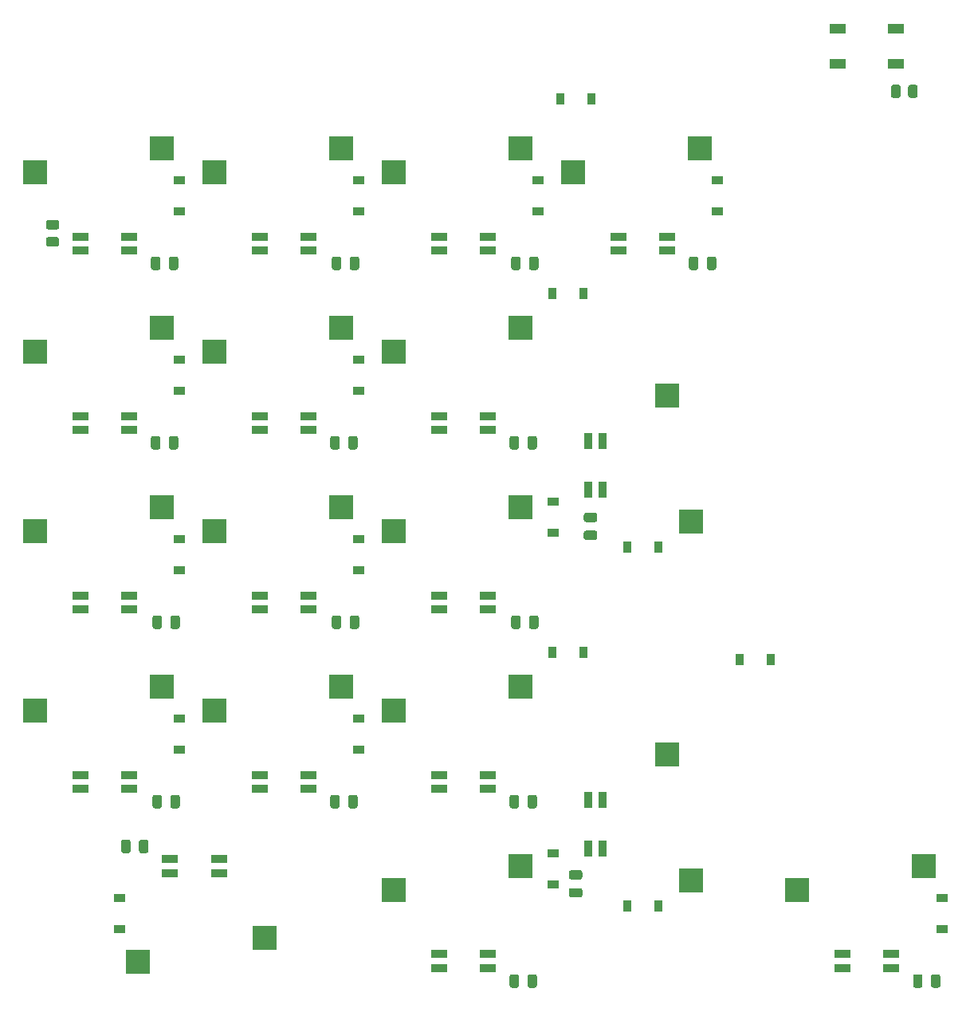
<source format=gbr>
%TF.GenerationSoftware,KiCad,Pcbnew,(5.1.10)-1*%
%TF.CreationDate,2021-11-21T17:13:44-05:00*%
%TF.ProjectId,numpad,6e756d70-6164-42e6-9b69-6361645f7063,rev?*%
%TF.SameCoordinates,Original*%
%TF.FileFunction,Paste,Bot*%
%TF.FilePolarity,Positive*%
%FSLAX46Y46*%
G04 Gerber Fmt 4.6, Leading zero omitted, Abs format (unit mm)*
G04 Created by KiCad (PCBNEW (5.1.10)-1) date 2021-11-21 17:13:44*
%MOMM*%
%LPD*%
G01*
G04 APERTURE LIST*
%ADD10R,0.900000X1.800000*%
%ADD11R,2.500000X2.550000*%
%ADD12R,1.800000X0.900000*%
%ADD13R,2.550000X2.500000*%
%ADD14R,0.900000X1.200000*%
%ADD15R,1.200000X0.900000*%
%ADD16R,1.800000X1.100000*%
G04 APERTURE END LIST*
D10*
%TO.C,MX17*%
X140240800Y-158165200D03*
X141740800Y-158165200D03*
X140240800Y-152965200D03*
X141740800Y-152965200D03*
D11*
X151120800Y-161580200D03*
X148580800Y-148155200D03*
%TD*%
D10*
%TO.C,MX11*%
X140240800Y-120067600D03*
X141740800Y-120067600D03*
X140240800Y-114867600D03*
X141740800Y-114867600D03*
D11*
X151120800Y-123482600D03*
X148580800Y-110057600D03*
%TD*%
D12*
%TO.C,MX15*%
X95818800Y-159289600D03*
X95818800Y-160789600D03*
X101018800Y-159289600D03*
X101018800Y-160789600D03*
D13*
X92403800Y-170169600D03*
X105828800Y-167629600D03*
%TD*%
D14*
%TO.C,D6*%
X136453800Y-99212500D03*
X139753800Y-99212500D03*
%TD*%
D12*
%TO.C,MX18*%
X172451800Y-170889600D03*
X172451800Y-169389600D03*
X167251800Y-170889600D03*
X167251800Y-169389600D03*
D13*
X175866800Y-160009600D03*
X162441800Y-162549600D03*
%TD*%
D12*
%TO.C,MX16*%
X129592000Y-170889600D03*
X129592000Y-169389600D03*
X124392000Y-170889600D03*
X124392000Y-169389600D03*
D13*
X133007000Y-160009600D03*
X119582000Y-162549600D03*
%TD*%
D12*
%TO.C,MX10*%
X129592000Y-132792000D03*
X129592000Y-131292000D03*
X124392000Y-132792000D03*
X124392000Y-131292000D03*
D13*
X133007000Y-121912000D03*
X119582000Y-124452000D03*
%TD*%
D12*
%TO.C,MX9*%
X110543200Y-132792000D03*
X110543200Y-131292000D03*
X105343200Y-132792000D03*
X105343200Y-131292000D03*
D13*
X113958200Y-121912000D03*
X100533200Y-124452000D03*
%TD*%
D12*
%TO.C,MX8*%
X91494400Y-132792000D03*
X91494400Y-131292000D03*
X86294400Y-132792000D03*
X86294400Y-131292000D03*
D13*
X94909400Y-121912000D03*
X81484400Y-124452000D03*
%TD*%
D12*
%TO.C,MX7*%
X148640800Y-94694400D03*
X148640800Y-93194400D03*
X143440800Y-94694400D03*
X143440800Y-93194400D03*
D13*
X152055800Y-83814400D03*
X138630800Y-86354400D03*
%TD*%
D12*
%TO.C,MX3*%
X129592000Y-94694400D03*
X129592000Y-93194400D03*
X124392000Y-94694400D03*
X124392000Y-93194400D03*
D13*
X133007000Y-83814400D03*
X119582000Y-86354400D03*
%TD*%
D12*
%TO.C,MX2*%
X110543200Y-94694400D03*
X110543200Y-93194400D03*
X105343200Y-94694400D03*
X105343200Y-93194400D03*
D13*
X113958200Y-83814400D03*
X100533200Y-86354400D03*
%TD*%
D12*
%TO.C,MX1*%
X91494400Y-94694400D03*
X91494400Y-93194400D03*
X86294400Y-94694400D03*
X86294400Y-93194400D03*
D13*
X94909400Y-83814400D03*
X81484400Y-86354400D03*
%TD*%
D14*
%TO.C,RD2*%
X159596300Y-138103800D03*
X156296300Y-138103800D03*
%TD*%
%TO.C,RD1*%
X137247500Y-78576300D03*
X140547500Y-78576300D03*
%TD*%
%TO.C,LC11*%
G36*
G01*
X140009900Y-124423500D02*
X140959900Y-124423500D01*
G75*
G02*
X141209900Y-124673500I0J-250000D01*
G01*
X141209900Y-125173500D01*
G75*
G02*
X140959900Y-125423500I-250000J0D01*
G01*
X140009900Y-125423500D01*
G75*
G02*
X139759900Y-125173500I0J250000D01*
G01*
X139759900Y-124673500D01*
G75*
G02*
X140009900Y-124423500I250000J0D01*
G01*
G37*
G36*
G01*
X140009900Y-122523500D02*
X140959900Y-122523500D01*
G75*
G02*
X141209900Y-122773500I0J-250000D01*
G01*
X141209900Y-123273500D01*
G75*
G02*
X140959900Y-123523500I-250000J0D01*
G01*
X140009900Y-123523500D01*
G75*
G02*
X139759900Y-123273500I0J250000D01*
G01*
X139759900Y-122773500D01*
G75*
G02*
X140009900Y-122523500I250000J0D01*
G01*
G37*
%TD*%
%TO.C,D11*%
X147690800Y-126198300D03*
X144390800Y-126198300D03*
%TD*%
D12*
%TO.C,MX4*%
X91494400Y-113743200D03*
X91494400Y-112243200D03*
X86294400Y-113743200D03*
X86294400Y-112243200D03*
D13*
X94909400Y-102863200D03*
X81484400Y-105403200D03*
%TD*%
%TO.C,LC16*%
G36*
G01*
X133791600Y-172707900D02*
X133791600Y-171757900D01*
G75*
G02*
X134041600Y-171507900I250000J0D01*
G01*
X134541600Y-171507900D01*
G75*
G02*
X134791600Y-171757900I0J-250000D01*
G01*
X134791600Y-172707900D01*
G75*
G02*
X134541600Y-172957900I-250000J0D01*
G01*
X134041600Y-172957900D01*
G75*
G02*
X133791600Y-172707900I0J250000D01*
G01*
G37*
G36*
G01*
X131891600Y-172707900D02*
X131891600Y-171757900D01*
G75*
G02*
X132141600Y-171507900I250000J0D01*
G01*
X132641600Y-171507900D01*
G75*
G02*
X132891600Y-171757900I0J-250000D01*
G01*
X132891600Y-172707900D01*
G75*
G02*
X132641600Y-172957900I-250000J0D01*
G01*
X132141600Y-172957900D01*
G75*
G02*
X131891600Y-172707900I0J250000D01*
G01*
G37*
%TD*%
D15*
%TO.C,D16*%
X136516400Y-158677400D03*
X136516400Y-161977400D03*
%TD*%
%TO.C,LC18*%
G36*
G01*
X176651400Y-172707900D02*
X176651400Y-171757900D01*
G75*
G02*
X176901400Y-171507900I250000J0D01*
G01*
X177401400Y-171507900D01*
G75*
G02*
X177651400Y-171757900I0J-250000D01*
G01*
X177651400Y-172707900D01*
G75*
G02*
X177401400Y-172957900I-250000J0D01*
G01*
X176901400Y-172957900D01*
G75*
G02*
X176651400Y-172707900I0J250000D01*
G01*
G37*
G36*
G01*
X174751400Y-172707900D02*
X174751400Y-171757900D01*
G75*
G02*
X175001400Y-171507900I250000J0D01*
G01*
X175501400Y-171507900D01*
G75*
G02*
X175751400Y-171757900I0J-250000D01*
G01*
X175751400Y-172707900D01*
G75*
G02*
X175501400Y-172957900I-250000J0D01*
G01*
X175001400Y-172957900D01*
G75*
G02*
X174751400Y-172707900I0J250000D01*
G01*
G37*
%TD*%
%TO.C,D18*%
X177788800Y-163439600D03*
X177788800Y-166739600D03*
%TD*%
%TO.C,LC17*%
G36*
G01*
X138422500Y-162364800D02*
X139372500Y-162364800D01*
G75*
G02*
X139622500Y-162614800I0J-250000D01*
G01*
X139622500Y-163114800D01*
G75*
G02*
X139372500Y-163364800I-250000J0D01*
G01*
X138422500Y-163364800D01*
G75*
G02*
X138172500Y-163114800I0J250000D01*
G01*
X138172500Y-162614800D01*
G75*
G02*
X138422500Y-162364800I250000J0D01*
G01*
G37*
G36*
G01*
X138422500Y-160464800D02*
X139372500Y-160464800D01*
G75*
G02*
X139622500Y-160714800I0J-250000D01*
G01*
X139622500Y-161214800D01*
G75*
G02*
X139372500Y-161464800I-250000J0D01*
G01*
X138422500Y-161464800D01*
G75*
G02*
X138172500Y-161214800I0J250000D01*
G01*
X138172500Y-160714800D01*
G75*
G02*
X138422500Y-160464800I250000J0D01*
G01*
G37*
%TD*%
%TO.C,LC10*%
G36*
G01*
X133947900Y-134610300D02*
X133947900Y-133660300D01*
G75*
G02*
X134197900Y-133410300I250000J0D01*
G01*
X134697900Y-133410300D01*
G75*
G02*
X134947900Y-133660300I0J-250000D01*
G01*
X134947900Y-134610300D01*
G75*
G02*
X134697900Y-134860300I-250000J0D01*
G01*
X134197900Y-134860300D01*
G75*
G02*
X133947900Y-134610300I0J250000D01*
G01*
G37*
G36*
G01*
X132047900Y-134610300D02*
X132047900Y-133660300D01*
G75*
G02*
X132297900Y-133410300I250000J0D01*
G01*
X132797900Y-133410300D01*
G75*
G02*
X133047900Y-133660300I0J-250000D01*
G01*
X133047900Y-134610300D01*
G75*
G02*
X132797900Y-134860300I-250000J0D01*
G01*
X132297900Y-134860300D01*
G75*
G02*
X132047900Y-134610300I0J250000D01*
G01*
G37*
%TD*%
%TO.C,LC9*%
G36*
G01*
X114899100Y-134610300D02*
X114899100Y-133660300D01*
G75*
G02*
X115149100Y-133410300I250000J0D01*
G01*
X115649100Y-133410300D01*
G75*
G02*
X115899100Y-133660300I0J-250000D01*
G01*
X115899100Y-134610300D01*
G75*
G02*
X115649100Y-134860300I-250000J0D01*
G01*
X115149100Y-134860300D01*
G75*
G02*
X114899100Y-134610300I0J250000D01*
G01*
G37*
G36*
G01*
X112999100Y-134610300D02*
X112999100Y-133660300D01*
G75*
G02*
X113249100Y-133410300I250000J0D01*
G01*
X113749100Y-133410300D01*
G75*
G02*
X113999100Y-133660300I0J-250000D01*
G01*
X113999100Y-134610300D01*
G75*
G02*
X113749100Y-134860300I-250000J0D01*
G01*
X113249100Y-134860300D01*
G75*
G02*
X112999100Y-134610300I0J250000D01*
G01*
G37*
%TD*%
%TO.C,LC4*%
G36*
G01*
X95694000Y-115561500D02*
X95694000Y-114611500D01*
G75*
G02*
X95944000Y-114361500I250000J0D01*
G01*
X96444000Y-114361500D01*
G75*
G02*
X96694000Y-114611500I0J-250000D01*
G01*
X96694000Y-115561500D01*
G75*
G02*
X96444000Y-115811500I-250000J0D01*
G01*
X95944000Y-115811500D01*
G75*
G02*
X95694000Y-115561500I0J250000D01*
G01*
G37*
G36*
G01*
X93794000Y-115561500D02*
X93794000Y-114611500D01*
G75*
G02*
X94044000Y-114361500I250000J0D01*
G01*
X94544000Y-114361500D01*
G75*
G02*
X94794000Y-114611500I0J-250000D01*
G01*
X94794000Y-115561500D01*
G75*
G02*
X94544000Y-115811500I-250000J0D01*
G01*
X94044000Y-115811500D01*
G75*
G02*
X93794000Y-115561500I0J250000D01*
G01*
G37*
%TD*%
%TO.C,LC3*%
G36*
G01*
X133947900Y-96512700D02*
X133947900Y-95562700D01*
G75*
G02*
X134197900Y-95312700I250000J0D01*
G01*
X134697900Y-95312700D01*
G75*
G02*
X134947900Y-95562700I0J-250000D01*
G01*
X134947900Y-96512700D01*
G75*
G02*
X134697900Y-96762700I-250000J0D01*
G01*
X134197900Y-96762700D01*
G75*
G02*
X133947900Y-96512700I0J250000D01*
G01*
G37*
G36*
G01*
X132047900Y-96512700D02*
X132047900Y-95562700D01*
G75*
G02*
X132297900Y-95312700I250000J0D01*
G01*
X132797900Y-95312700D01*
G75*
G02*
X133047900Y-95562700I0J-250000D01*
G01*
X133047900Y-96512700D01*
G75*
G02*
X132797900Y-96762700I-250000J0D01*
G01*
X132297900Y-96762700D01*
G75*
G02*
X132047900Y-96512700I0J250000D01*
G01*
G37*
%TD*%
%TO.C,LC2*%
G36*
G01*
X114899100Y-96512700D02*
X114899100Y-95562700D01*
G75*
G02*
X115149100Y-95312700I250000J0D01*
G01*
X115649100Y-95312700D01*
G75*
G02*
X115899100Y-95562700I0J-250000D01*
G01*
X115899100Y-96512700D01*
G75*
G02*
X115649100Y-96762700I-250000J0D01*
G01*
X115149100Y-96762700D01*
G75*
G02*
X114899100Y-96512700I0J250000D01*
G01*
G37*
G36*
G01*
X112999100Y-96512700D02*
X112999100Y-95562700D01*
G75*
G02*
X113249100Y-95312700I250000J0D01*
G01*
X113749100Y-95312700D01*
G75*
G02*
X113999100Y-95562700I0J-250000D01*
G01*
X113999100Y-96512700D01*
G75*
G02*
X113749100Y-96762700I-250000J0D01*
G01*
X113249100Y-96762700D01*
G75*
G02*
X112999100Y-96512700I0J250000D01*
G01*
G37*
%TD*%
D14*
%TO.C,D17*%
X147690800Y-164295900D03*
X144390800Y-164295900D03*
%TD*%
D15*
%TO.C,D10*%
X136516400Y-121373500D03*
X136516400Y-124673500D03*
%TD*%
%TO.C,D9*%
X115880200Y-125342000D03*
X115880200Y-128642000D03*
%TD*%
%TO.C,D4*%
X96831400Y-106293200D03*
X96831400Y-109593200D03*
%TD*%
%TO.C,D3*%
X134929000Y-87244400D03*
X134929000Y-90544400D03*
%TD*%
%TO.C,D2*%
X115880200Y-87244400D03*
X115880200Y-90544400D03*
%TD*%
D12*
%TO.C,MX14*%
X129592000Y-151840800D03*
X129592000Y-150340800D03*
X124392000Y-151840800D03*
X124392000Y-150340800D03*
D13*
X133007000Y-140960800D03*
X119582000Y-143500800D03*
%TD*%
D12*
%TO.C,MX13*%
X110543200Y-151840800D03*
X110543200Y-150340800D03*
X105343200Y-151840800D03*
X105343200Y-150340800D03*
D13*
X113958200Y-140960800D03*
X100533200Y-143500800D03*
%TD*%
D12*
%TO.C,MX12*%
X91494400Y-151840800D03*
X91494400Y-150340800D03*
X86294400Y-151840800D03*
X86294400Y-150340800D03*
D13*
X94909400Y-140960800D03*
X81484400Y-143500800D03*
%TD*%
D12*
%TO.C,MX6*%
X129592000Y-113743200D03*
X129592000Y-112243200D03*
X124392000Y-113743200D03*
X124392000Y-112243200D03*
D13*
X133007000Y-102863200D03*
X119582000Y-105403200D03*
%TD*%
D12*
%TO.C,MX5*%
X110543200Y-113743200D03*
X110543200Y-112243200D03*
X105343200Y-113743200D03*
X105343200Y-112243200D03*
D13*
X113958200Y-102863200D03*
X100533200Y-105403200D03*
%TD*%
%TO.C,R1*%
G36*
G01*
X83788501Y-92462900D02*
X82888499Y-92462900D01*
G75*
G02*
X82638500Y-92212901I0J249999D01*
G01*
X82638500Y-91687899D01*
G75*
G02*
X82888499Y-91437900I249999J0D01*
G01*
X83788501Y-91437900D01*
G75*
G02*
X84038500Y-91687899I0J-249999D01*
G01*
X84038500Y-92212901D01*
G75*
G02*
X83788501Y-92462900I-249999J0D01*
G01*
G37*
G36*
G01*
X83788501Y-94287900D02*
X82888499Y-94287900D01*
G75*
G02*
X82638500Y-94037901I0J249999D01*
G01*
X82638500Y-93512899D01*
G75*
G02*
X82888499Y-93262900I249999J0D01*
G01*
X83788501Y-93262900D01*
G75*
G02*
X84038500Y-93512899I0J-249999D01*
G01*
X84038500Y-94037901D01*
G75*
G02*
X83788501Y-94287900I-249999J0D01*
G01*
G37*
%TD*%
%TO.C,LC15*%
G36*
G01*
X91619200Y-157471300D02*
X91619200Y-158421300D01*
G75*
G02*
X91369200Y-158671300I-250000J0D01*
G01*
X90869200Y-158671300D01*
G75*
G02*
X90619200Y-158421300I0J250000D01*
G01*
X90619200Y-157471300D01*
G75*
G02*
X90869200Y-157221300I250000J0D01*
G01*
X91369200Y-157221300D01*
G75*
G02*
X91619200Y-157471300I0J-250000D01*
G01*
G37*
G36*
G01*
X93519200Y-157471300D02*
X93519200Y-158421300D01*
G75*
G02*
X93269200Y-158671300I-250000J0D01*
G01*
X92769200Y-158671300D01*
G75*
G02*
X92519200Y-158421300I0J250000D01*
G01*
X92519200Y-157471300D01*
G75*
G02*
X92769200Y-157221300I250000J0D01*
G01*
X93269200Y-157221300D01*
G75*
G02*
X93519200Y-157471300I0J-250000D01*
G01*
G37*
%TD*%
%TO.C,LC14*%
G36*
G01*
X133791600Y-153659100D02*
X133791600Y-152709100D01*
G75*
G02*
X134041600Y-152459100I250000J0D01*
G01*
X134541600Y-152459100D01*
G75*
G02*
X134791600Y-152709100I0J-250000D01*
G01*
X134791600Y-153659100D01*
G75*
G02*
X134541600Y-153909100I-250000J0D01*
G01*
X134041600Y-153909100D01*
G75*
G02*
X133791600Y-153659100I0J250000D01*
G01*
G37*
G36*
G01*
X131891600Y-153659100D02*
X131891600Y-152709100D01*
G75*
G02*
X132141600Y-152459100I250000J0D01*
G01*
X132641600Y-152459100D01*
G75*
G02*
X132891600Y-152709100I0J-250000D01*
G01*
X132891600Y-153659100D01*
G75*
G02*
X132641600Y-153909100I-250000J0D01*
G01*
X132141600Y-153909100D01*
G75*
G02*
X131891600Y-153659100I0J250000D01*
G01*
G37*
%TD*%
%TO.C,LC13*%
G36*
G01*
X114742800Y-153659100D02*
X114742800Y-152709100D01*
G75*
G02*
X114992800Y-152459100I250000J0D01*
G01*
X115492800Y-152459100D01*
G75*
G02*
X115742800Y-152709100I0J-250000D01*
G01*
X115742800Y-153659100D01*
G75*
G02*
X115492800Y-153909100I-250000J0D01*
G01*
X114992800Y-153909100D01*
G75*
G02*
X114742800Y-153659100I0J250000D01*
G01*
G37*
G36*
G01*
X112842800Y-153659100D02*
X112842800Y-152709100D01*
G75*
G02*
X113092800Y-152459100I250000J0D01*
G01*
X113592800Y-152459100D01*
G75*
G02*
X113842800Y-152709100I0J-250000D01*
G01*
X113842800Y-153659100D01*
G75*
G02*
X113592800Y-153909100I-250000J0D01*
G01*
X113092800Y-153909100D01*
G75*
G02*
X112842800Y-153659100I0J250000D01*
G01*
G37*
%TD*%
%TO.C,LC12*%
G36*
G01*
X95850300Y-153659100D02*
X95850300Y-152709100D01*
G75*
G02*
X96100300Y-152459100I250000J0D01*
G01*
X96600300Y-152459100D01*
G75*
G02*
X96850300Y-152709100I0J-250000D01*
G01*
X96850300Y-153659100D01*
G75*
G02*
X96600300Y-153909100I-250000J0D01*
G01*
X96100300Y-153909100D01*
G75*
G02*
X95850300Y-153659100I0J250000D01*
G01*
G37*
G36*
G01*
X93950300Y-153659100D02*
X93950300Y-152709100D01*
G75*
G02*
X94200300Y-152459100I250000J0D01*
G01*
X94700300Y-152459100D01*
G75*
G02*
X94950300Y-152709100I0J-250000D01*
G01*
X94950300Y-153659100D01*
G75*
G02*
X94700300Y-153909100I-250000J0D01*
G01*
X94200300Y-153909100D01*
G75*
G02*
X93950300Y-153659100I0J250000D01*
G01*
G37*
%TD*%
%TO.C,LC8*%
G36*
G01*
X95850300Y-134610300D02*
X95850300Y-133660300D01*
G75*
G02*
X96100300Y-133410300I250000J0D01*
G01*
X96600300Y-133410300D01*
G75*
G02*
X96850300Y-133660300I0J-250000D01*
G01*
X96850300Y-134610300D01*
G75*
G02*
X96600300Y-134860300I-250000J0D01*
G01*
X96100300Y-134860300D01*
G75*
G02*
X95850300Y-134610300I0J250000D01*
G01*
G37*
G36*
G01*
X93950300Y-134610300D02*
X93950300Y-133660300D01*
G75*
G02*
X94200300Y-133410300I250000J0D01*
G01*
X94700300Y-133410300D01*
G75*
G02*
X94950300Y-133660300I0J-250000D01*
G01*
X94950300Y-134610300D01*
G75*
G02*
X94700300Y-134860300I-250000J0D01*
G01*
X94200300Y-134860300D01*
G75*
G02*
X93950300Y-134610300I0J250000D01*
G01*
G37*
%TD*%
%TO.C,LC7*%
G36*
G01*
X152840400Y-96512700D02*
X152840400Y-95562700D01*
G75*
G02*
X153090400Y-95312700I250000J0D01*
G01*
X153590400Y-95312700D01*
G75*
G02*
X153840400Y-95562700I0J-250000D01*
G01*
X153840400Y-96512700D01*
G75*
G02*
X153590400Y-96762700I-250000J0D01*
G01*
X153090400Y-96762700D01*
G75*
G02*
X152840400Y-96512700I0J250000D01*
G01*
G37*
G36*
G01*
X150940400Y-96512700D02*
X150940400Y-95562700D01*
G75*
G02*
X151190400Y-95312700I250000J0D01*
G01*
X151690400Y-95312700D01*
G75*
G02*
X151940400Y-95562700I0J-250000D01*
G01*
X151940400Y-96512700D01*
G75*
G02*
X151690400Y-96762700I-250000J0D01*
G01*
X151190400Y-96762700D01*
G75*
G02*
X150940400Y-96512700I0J250000D01*
G01*
G37*
%TD*%
%TO.C,LC6*%
G36*
G01*
X133791600Y-115561500D02*
X133791600Y-114611500D01*
G75*
G02*
X134041600Y-114361500I250000J0D01*
G01*
X134541600Y-114361500D01*
G75*
G02*
X134791600Y-114611500I0J-250000D01*
G01*
X134791600Y-115561500D01*
G75*
G02*
X134541600Y-115811500I-250000J0D01*
G01*
X134041600Y-115811500D01*
G75*
G02*
X133791600Y-115561500I0J250000D01*
G01*
G37*
G36*
G01*
X131891600Y-115561500D02*
X131891600Y-114611500D01*
G75*
G02*
X132141600Y-114361500I250000J0D01*
G01*
X132641600Y-114361500D01*
G75*
G02*
X132891600Y-114611500I0J-250000D01*
G01*
X132891600Y-115561500D01*
G75*
G02*
X132641600Y-115811500I-250000J0D01*
G01*
X132141600Y-115811500D01*
G75*
G02*
X131891600Y-115561500I0J250000D01*
G01*
G37*
%TD*%
%TO.C,LC5*%
G36*
G01*
X114742800Y-115561500D02*
X114742800Y-114611500D01*
G75*
G02*
X114992800Y-114361500I250000J0D01*
G01*
X115492800Y-114361500D01*
G75*
G02*
X115742800Y-114611500I0J-250000D01*
G01*
X115742800Y-115561500D01*
G75*
G02*
X115492800Y-115811500I-250000J0D01*
G01*
X114992800Y-115811500D01*
G75*
G02*
X114742800Y-115561500I0J250000D01*
G01*
G37*
G36*
G01*
X112842800Y-115561500D02*
X112842800Y-114611500D01*
G75*
G02*
X113092800Y-114361500I250000J0D01*
G01*
X113592800Y-114361500D01*
G75*
G02*
X113842800Y-114611500I0J-250000D01*
G01*
X113842800Y-115561500D01*
G75*
G02*
X113592800Y-115811500I-250000J0D01*
G01*
X113092800Y-115811500D01*
G75*
G02*
X112842800Y-115561500I0J250000D01*
G01*
G37*
%TD*%
%TO.C,LC1*%
G36*
G01*
X95694000Y-96512700D02*
X95694000Y-95562700D01*
G75*
G02*
X95944000Y-95312700I250000J0D01*
G01*
X96444000Y-95312700D01*
G75*
G02*
X96694000Y-95562700I0J-250000D01*
G01*
X96694000Y-96512700D01*
G75*
G02*
X96444000Y-96762700I-250000J0D01*
G01*
X95944000Y-96762700D01*
G75*
G02*
X95694000Y-96512700I0J250000D01*
G01*
G37*
G36*
G01*
X93794000Y-96512700D02*
X93794000Y-95562700D01*
G75*
G02*
X94044000Y-95312700I250000J0D01*
G01*
X94544000Y-95312700D01*
G75*
G02*
X94794000Y-95562700I0J-250000D01*
G01*
X94794000Y-96512700D01*
G75*
G02*
X94544000Y-96762700I-250000J0D01*
G01*
X94044000Y-96762700D01*
G75*
G02*
X93794000Y-96512700I0J250000D01*
G01*
G37*
%TD*%
D15*
%TO.C,D15*%
X90481800Y-166739600D03*
X90481800Y-163439600D03*
%TD*%
D14*
%TO.C,D14*%
X136391200Y-137310100D03*
X139691200Y-137310100D03*
%TD*%
D15*
%TO.C,D13*%
X115880200Y-144390800D03*
X115880200Y-147690800D03*
%TD*%
%TO.C,D12*%
X96831400Y-144390800D03*
X96831400Y-147690800D03*
%TD*%
%TO.C,D8*%
X96831400Y-125342000D03*
X96831400Y-128642000D03*
%TD*%
%TO.C,D7*%
X153977800Y-87244400D03*
X153977800Y-90544400D03*
%TD*%
%TO.C,D5*%
X115880200Y-106293200D03*
X115880200Y-109593200D03*
%TD*%
%TO.C,D1*%
X96831400Y-87244400D03*
X96831400Y-90544400D03*
%TD*%
D16*
%TO.C,SW1*%
X172951800Y-74870400D03*
X166751800Y-71170400D03*
X172951800Y-71170400D03*
X166751800Y-74870400D03*
%TD*%
%TO.C,R2*%
G36*
G01*
X173420300Y-77332599D02*
X173420300Y-78232601D01*
G75*
G02*
X173170301Y-78482600I-249999J0D01*
G01*
X172645299Y-78482600D01*
G75*
G02*
X172395300Y-78232601I0J249999D01*
G01*
X172395300Y-77332599D01*
G75*
G02*
X172645299Y-77082600I249999J0D01*
G01*
X173170301Y-77082600D01*
G75*
G02*
X173420300Y-77332599I0J-249999D01*
G01*
G37*
G36*
G01*
X175245300Y-77332599D02*
X175245300Y-78232601D01*
G75*
G02*
X174995301Y-78482600I-249999J0D01*
G01*
X174470299Y-78482600D01*
G75*
G02*
X174220300Y-78232601I0J249999D01*
G01*
X174220300Y-77332599D01*
G75*
G02*
X174470299Y-77082600I249999J0D01*
G01*
X174995301Y-77082600D01*
G75*
G02*
X175245300Y-77332599I0J-249999D01*
G01*
G37*
%TD*%
M02*

</source>
